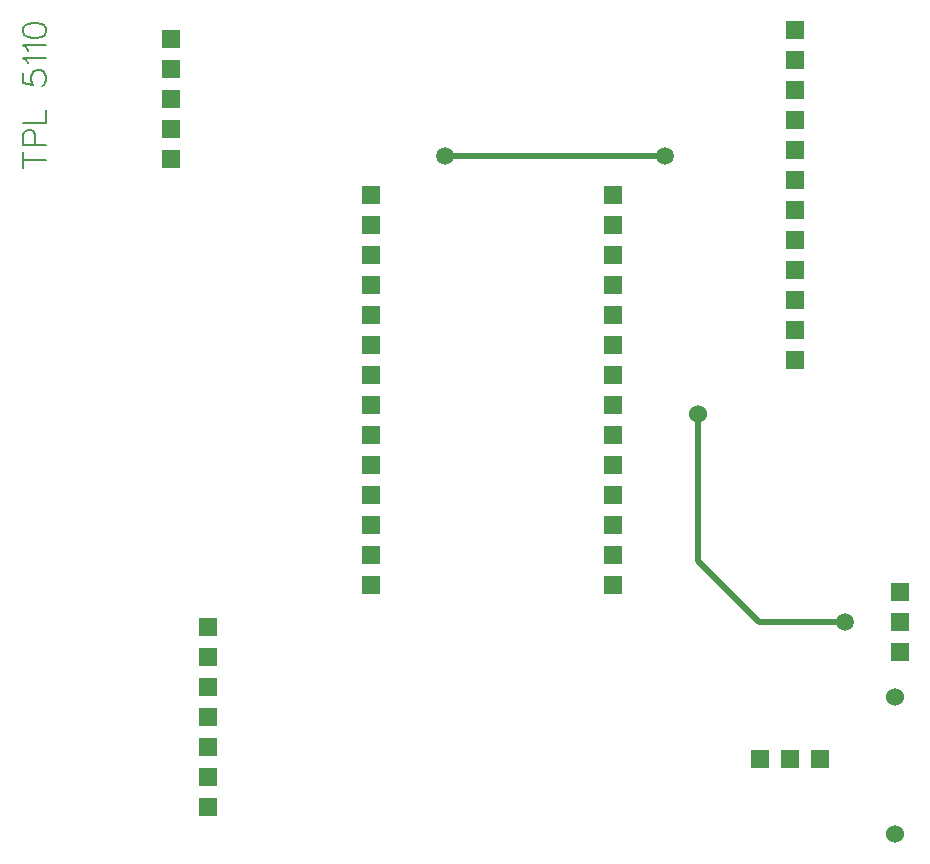
<source format=gtl>
G04 Layer: TopLayer*
G04 EasyEDA v6.5.22, 2023-01-26 08:19:38*
G04 8426a333df6747daab18ef12c2f6586b,10*
G04 Gerber Generator version 0.2*
G04 Scale: 100 percent, Rotated: No, Reflected: No *
G04 Dimensions in millimeters *
G04 leading zeros omitted , absolute positions ,4 integer and 5 decimal *
%FSLAX45Y45*%
%MOMM*%

%ADD10C,0.2032*%
%ADD11C,0.5000*%
%ADD12C,1.5240*%
%ADD13R,1.5000X1.5000*%
%ADD14C,1.5000*%

%LPD*%
D10*
X-3837947Y2540769D02*
G01*
X-3644145Y2540769D01*
X-3837947Y2475999D02*
G01*
X-3837947Y2605285D01*
X-3837947Y2666245D02*
G01*
X-3644145Y2666245D01*
X-3837947Y2666245D02*
G01*
X-3837947Y2749303D01*
X-3828803Y2776989D01*
X-3819659Y2786387D01*
X-3801117Y2795531D01*
X-3773431Y2795531D01*
X-3754889Y2786387D01*
X-3745745Y2776989D01*
X-3736347Y2749303D01*
X-3736347Y2666245D01*
X-3837947Y2856491D02*
G01*
X-3644145Y2856491D01*
X-3644145Y2856491D02*
G01*
X-3644145Y2967489D01*
X-3837947Y3281433D02*
G01*
X-3837947Y3188977D01*
X-3754889Y3179833D01*
X-3764033Y3188977D01*
X-3773431Y3216663D01*
X-3773431Y3244349D01*
X-3764033Y3272289D01*
X-3745745Y3290577D01*
X-3718059Y3299975D01*
X-3699517Y3299975D01*
X-3671831Y3290577D01*
X-3653289Y3272289D01*
X-3644145Y3244349D01*
X-3644145Y3216663D01*
X-3653289Y3188977D01*
X-3662433Y3179833D01*
X-3680975Y3170689D01*
X-3801117Y3360935D02*
G01*
X-3810261Y3379223D01*
X-3837947Y3406909D01*
X-3644145Y3406909D01*
X-3801117Y3467869D02*
G01*
X-3810261Y3486411D01*
X-3837947Y3514097D01*
X-3644145Y3514097D01*
X-3837947Y3630429D02*
G01*
X-3828803Y3602743D01*
X-3801117Y3584455D01*
X-3754889Y3575057D01*
X-3727203Y3575057D01*
X-3680975Y3584455D01*
X-3653289Y3602743D01*
X-3644145Y3630429D01*
X-3644145Y3648971D01*
X-3653289Y3676657D01*
X-3680975Y3695199D01*
X-3727203Y3704343D01*
X-3754889Y3704343D01*
X-3801117Y3695199D01*
X-3828803Y3676657D01*
X-3837947Y3648971D01*
X-3837947Y3630429D01*
D11*
X-266199Y2577599D02*
G01*
X1591149Y2577599D01*
X1874177Y386422D02*
G01*
X1874177Y-858177D01*
X2388100Y-1372100D01*
X3121748Y-1372100D01*
D12*
G01*
X3543808Y-3169157D03*
G01*
X3543808Y-2007107D03*
D13*
G01*
X-2591562Y2552192D03*
G01*
X-2591562Y2806192D03*
G01*
X-2591562Y3060192D03*
G01*
X-2591562Y3314192D03*
G01*
X-2591562Y3568192D03*
G01*
X3580638Y-1626107D03*
G01*
X3580638Y-1372107D03*
G01*
X3580638Y-1118107D03*
G01*
X-2272792Y-2934207D03*
G01*
X-2272792Y-2680207D03*
G01*
X-2272792Y-2426207D03*
G01*
X-2272792Y-2172207D03*
G01*
X-2272792Y-1918207D03*
G01*
X-2272792Y-1664207D03*
G01*
X-2272792Y-1410207D03*
G01*
X2691638Y3644392D03*
G01*
X2691638Y3390392D03*
G01*
X2691638Y3136392D03*
G01*
X2691638Y2882392D03*
G01*
X2691638Y2628392D03*
G01*
X2691638Y2374392D03*
G01*
X2691638Y2120392D03*
G01*
X2691638Y1866392D03*
G01*
X2691638Y1612392D03*
G01*
X2691638Y1358392D03*
G01*
X2691638Y1104392D03*
G01*
X2691638Y850392D03*
G01*
X1151229Y-1054607D03*
G01*
X-898753Y-1054607D03*
G01*
X1151229Y-800607D03*
G01*
X-898753Y-800607D03*
G01*
X1151229Y-546607D03*
G01*
X-898753Y-546607D03*
G01*
X1151229Y-292607D03*
G01*
X-898753Y-292607D03*
G01*
X1151229Y-38607D03*
G01*
X-898753Y-38607D03*
G01*
X1151229Y215392D03*
G01*
X-898753Y215392D03*
G01*
X1151229Y469392D03*
G01*
X-898753Y469392D03*
G01*
X1151229Y723392D03*
G01*
X-898753Y723392D03*
G01*
X1151229Y977392D03*
G01*
X-898753Y977392D03*
G01*
X1151229Y1231392D03*
G01*
X-898753Y1231392D03*
G01*
X1151229Y1485392D03*
G01*
X-898753Y1485392D03*
G01*
X1151229Y1739392D03*
G01*
X-898753Y1739392D03*
G01*
X1151229Y1993392D03*
G01*
X-898753Y1993392D03*
G01*
X1151229Y2247392D03*
G01*
X-898753Y2247392D03*
G01*
X2400808Y-2527807D03*
G01*
X2654808Y-2527807D03*
G01*
X2908808Y-2527807D03*
D12*
G01*
X1874189Y386410D03*
D14*
G01*
X-266192Y2577592D03*
G01*
X1591157Y2577592D03*
G01*
X3121761Y-1372107D03*
M02*

</source>
